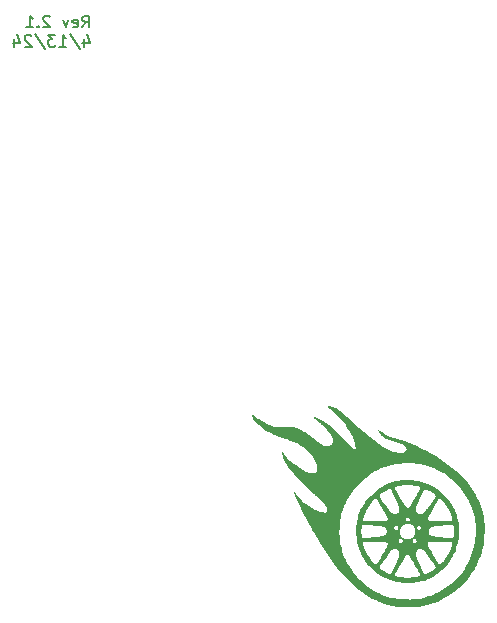
<source format=gbr>
%TF.GenerationSoftware,KiCad,Pcbnew,7.0.7*%
%TF.CreationDate,2024-04-15T16:49:56-05:00*%
%TF.ProjectId,Rev2.1,52657632-2e31-42e6-9b69-6361645f7063,rev?*%
%TF.SameCoordinates,Original*%
%TF.FileFunction,Legend,Bot*%
%TF.FilePolarity,Positive*%
%FSLAX46Y46*%
G04 Gerber Fmt 4.6, Leading zero omitted, Abs format (unit mm)*
G04 Created by KiCad (PCBNEW 7.0.7) date 2024-04-15 16:49:56*
%MOMM*%
%LPD*%
G01*
G04 APERTURE LIST*
%ADD10C,0.150000*%
G04 APERTURE END LIST*
D10*
X119391792Y-62659819D02*
X119725125Y-62183628D01*
X119963220Y-62659819D02*
X119963220Y-61659819D01*
X119963220Y-61659819D02*
X119582268Y-61659819D01*
X119582268Y-61659819D02*
X119487030Y-61707438D01*
X119487030Y-61707438D02*
X119439411Y-61755057D01*
X119439411Y-61755057D02*
X119391792Y-61850295D01*
X119391792Y-61850295D02*
X119391792Y-61993152D01*
X119391792Y-61993152D02*
X119439411Y-62088390D01*
X119439411Y-62088390D02*
X119487030Y-62136009D01*
X119487030Y-62136009D02*
X119582268Y-62183628D01*
X119582268Y-62183628D02*
X119963220Y-62183628D01*
X118582268Y-62612200D02*
X118677506Y-62659819D01*
X118677506Y-62659819D02*
X118867982Y-62659819D01*
X118867982Y-62659819D02*
X118963220Y-62612200D01*
X118963220Y-62612200D02*
X119010839Y-62516961D01*
X119010839Y-62516961D02*
X119010839Y-62136009D01*
X119010839Y-62136009D02*
X118963220Y-62040771D01*
X118963220Y-62040771D02*
X118867982Y-61993152D01*
X118867982Y-61993152D02*
X118677506Y-61993152D01*
X118677506Y-61993152D02*
X118582268Y-62040771D01*
X118582268Y-62040771D02*
X118534649Y-62136009D01*
X118534649Y-62136009D02*
X118534649Y-62231247D01*
X118534649Y-62231247D02*
X119010839Y-62326485D01*
X118201315Y-61993152D02*
X117963220Y-62659819D01*
X117963220Y-62659819D02*
X117725125Y-61993152D01*
X116629886Y-61755057D02*
X116582267Y-61707438D01*
X116582267Y-61707438D02*
X116487029Y-61659819D01*
X116487029Y-61659819D02*
X116248934Y-61659819D01*
X116248934Y-61659819D02*
X116153696Y-61707438D01*
X116153696Y-61707438D02*
X116106077Y-61755057D01*
X116106077Y-61755057D02*
X116058458Y-61850295D01*
X116058458Y-61850295D02*
X116058458Y-61945533D01*
X116058458Y-61945533D02*
X116106077Y-62088390D01*
X116106077Y-62088390D02*
X116677505Y-62659819D01*
X116677505Y-62659819D02*
X116058458Y-62659819D01*
X115629886Y-62564580D02*
X115582267Y-62612200D01*
X115582267Y-62612200D02*
X115629886Y-62659819D01*
X115629886Y-62659819D02*
X115677505Y-62612200D01*
X115677505Y-62612200D02*
X115629886Y-62564580D01*
X115629886Y-62564580D02*
X115629886Y-62659819D01*
X114629887Y-62659819D02*
X115201315Y-62659819D01*
X114915601Y-62659819D02*
X114915601Y-61659819D01*
X114915601Y-61659819D02*
X115010839Y-61802676D01*
X115010839Y-61802676D02*
X115106077Y-61897914D01*
X115106077Y-61897914D02*
X115201315Y-61945533D01*
X119534649Y-63603152D02*
X119534649Y-64269819D01*
X119772744Y-63222200D02*
X120010839Y-63936485D01*
X120010839Y-63936485D02*
X119391792Y-63936485D01*
X118296554Y-63222200D02*
X119153696Y-64507914D01*
X117439411Y-64269819D02*
X118010839Y-64269819D01*
X117725125Y-64269819D02*
X117725125Y-63269819D01*
X117725125Y-63269819D02*
X117820363Y-63412676D01*
X117820363Y-63412676D02*
X117915601Y-63507914D01*
X117915601Y-63507914D02*
X118010839Y-63555533D01*
X117106077Y-63269819D02*
X116487030Y-63269819D01*
X116487030Y-63269819D02*
X116820363Y-63650771D01*
X116820363Y-63650771D02*
X116677506Y-63650771D01*
X116677506Y-63650771D02*
X116582268Y-63698390D01*
X116582268Y-63698390D02*
X116534649Y-63746009D01*
X116534649Y-63746009D02*
X116487030Y-63841247D01*
X116487030Y-63841247D02*
X116487030Y-64079342D01*
X116487030Y-64079342D02*
X116534649Y-64174580D01*
X116534649Y-64174580D02*
X116582268Y-64222200D01*
X116582268Y-64222200D02*
X116677506Y-64269819D01*
X116677506Y-64269819D02*
X116963220Y-64269819D01*
X116963220Y-64269819D02*
X117058458Y-64222200D01*
X117058458Y-64222200D02*
X117106077Y-64174580D01*
X115344173Y-63222200D02*
X116201315Y-64507914D01*
X115058458Y-63365057D02*
X115010839Y-63317438D01*
X115010839Y-63317438D02*
X114915601Y-63269819D01*
X114915601Y-63269819D02*
X114677506Y-63269819D01*
X114677506Y-63269819D02*
X114582268Y-63317438D01*
X114582268Y-63317438D02*
X114534649Y-63365057D01*
X114534649Y-63365057D02*
X114487030Y-63460295D01*
X114487030Y-63460295D02*
X114487030Y-63555533D01*
X114487030Y-63555533D02*
X114534649Y-63698390D01*
X114534649Y-63698390D02*
X115106077Y-64269819D01*
X115106077Y-64269819D02*
X114487030Y-64269819D01*
X113629887Y-63603152D02*
X113629887Y-64269819D01*
X113867982Y-63222200D02*
X114106077Y-63936485D01*
X114106077Y-63936485D02*
X113487030Y-63936485D01*
%TO.C,G\u002A\u002A\u002A*%
G36*
X153445156Y-105416605D02*
G01*
X153428336Y-105746228D01*
X153395423Y-106076161D01*
X153346399Y-106406034D01*
X153281246Y-106735477D01*
X153250665Y-106867188D01*
X153176111Y-107149069D01*
X153091927Y-107418533D01*
X152998189Y-107675382D01*
X152894971Y-107919421D01*
X152782347Y-108150451D01*
X152660394Y-108368276D01*
X152657861Y-108372491D01*
X152625442Y-108425408D01*
X152585498Y-108489079D01*
X152539615Y-108561078D01*
X152489381Y-108638979D01*
X152436381Y-108720357D01*
X152382203Y-108802785D01*
X152328432Y-108883838D01*
X152276655Y-108961091D01*
X152228459Y-109032117D01*
X152185431Y-109094490D01*
X152141523Y-109156777D01*
X152002740Y-109344585D01*
X151861901Y-109520936D01*
X151717008Y-109687879D01*
X151566067Y-109847464D01*
X151407080Y-110001739D01*
X151238052Y-110152754D01*
X151056986Y-110302558D01*
X150861887Y-110453200D01*
X150853851Y-110459205D01*
X150583815Y-110651054D01*
X150308654Y-110827445D01*
X150028334Y-110988389D01*
X149742821Y-111133898D01*
X149452082Y-111263984D01*
X149156084Y-111378660D01*
X148854794Y-111477936D01*
X148548177Y-111561826D01*
X148236201Y-111630341D01*
X147918833Y-111683494D01*
X147596039Y-111721295D01*
X147267785Y-111743757D01*
X147209929Y-111745729D01*
X147131489Y-111747140D01*
X147043475Y-111747683D01*
X146949459Y-111747401D01*
X146853009Y-111746335D01*
X146757697Y-111744525D01*
X146667092Y-111742014D01*
X146584764Y-111738843D01*
X146514283Y-111735052D01*
X146504088Y-111734384D01*
X146435955Y-111729484D01*
X146358753Y-111723316D01*
X146275646Y-111716179D01*
X146189799Y-111708376D01*
X146104376Y-111700209D01*
X146022541Y-111691977D01*
X145947461Y-111683983D01*
X145882298Y-111676528D01*
X145830218Y-111669913D01*
X145711955Y-111652314D01*
X145544093Y-111622031D01*
X145378955Y-111585507D01*
X145212665Y-111541777D01*
X145041347Y-111489878D01*
X144861125Y-111428845D01*
X144815010Y-111412320D01*
X144505316Y-111291787D01*
X144204698Y-111157782D01*
X143912865Y-111010133D01*
X143629531Y-110848668D01*
X143354406Y-110673214D01*
X143087201Y-110483597D01*
X142827629Y-110279646D01*
X142575400Y-110061187D01*
X142536398Y-110025644D01*
X142211533Y-109719469D01*
X141891538Y-109399866D01*
X141578698Y-109069242D01*
X141275298Y-108730005D01*
X140983624Y-108384563D01*
X140888317Y-108266749D01*
X140724681Y-108057703D01*
X140556810Y-107835133D01*
X140385455Y-107600182D01*
X140211368Y-107353996D01*
X140035301Y-107097721D01*
X139858005Y-106832502D01*
X139680231Y-106559483D01*
X139502731Y-106279811D01*
X139326256Y-105994630D01*
X139151558Y-105705085D01*
X138979389Y-105412322D01*
X138946690Y-105355238D01*
X141151720Y-105355238D01*
X141151816Y-105440666D01*
X141152373Y-105524063D01*
X141153393Y-105603054D01*
X141154875Y-105675264D01*
X141156820Y-105738319D01*
X141159228Y-105789843D01*
X141162099Y-105827461D01*
X141183857Y-106013989D01*
X141222530Y-106271367D01*
X141270665Y-106519208D01*
X141328992Y-106760176D01*
X141398245Y-106996938D01*
X141479156Y-107232159D01*
X141572457Y-107468505D01*
X141678880Y-107708641D01*
X141707811Y-107769547D01*
X141810862Y-107971095D01*
X141925832Y-108175058D01*
X142050555Y-108378006D01*
X142182862Y-108576511D01*
X142320584Y-108767143D01*
X142461554Y-108946474D01*
X142466514Y-108952499D01*
X142673600Y-109191362D01*
X142890654Y-109417685D01*
X143117362Y-109631213D01*
X143353411Y-109831695D01*
X143598485Y-110018875D01*
X143852271Y-110192501D01*
X144114455Y-110352319D01*
X144384722Y-110498075D01*
X144504586Y-110557062D01*
X144762847Y-110673049D01*
X145022641Y-110774353D01*
X145285560Y-110861431D01*
X145553193Y-110934739D01*
X145827130Y-110994734D01*
X146108960Y-111041872D01*
X146400272Y-111076609D01*
X146411873Y-111077505D01*
X146444425Y-111079136D01*
X146489850Y-111080736D01*
X146546065Y-111082279D01*
X146610987Y-111083742D01*
X146682534Y-111085098D01*
X146758623Y-111086324D01*
X146837172Y-111087394D01*
X146916098Y-111088284D01*
X146993320Y-111088969D01*
X147066753Y-111089424D01*
X147134316Y-111089624D01*
X147193927Y-111089544D01*
X147243502Y-111089160D01*
X147280959Y-111088447D01*
X147304216Y-111087380D01*
X147308702Y-111087021D01*
X147334010Y-111085060D01*
X147370260Y-111082308D01*
X147413292Y-111079080D01*
X147458945Y-111075690D01*
X147520412Y-111070696D01*
X147747966Y-111044772D01*
X147981255Y-111007056D01*
X148216774Y-110958252D01*
X148451021Y-110899064D01*
X148680490Y-110830196D01*
X148812281Y-110785403D01*
X149081907Y-110681782D01*
X149348687Y-110563329D01*
X149610850Y-110431018D01*
X149866628Y-110285826D01*
X150114251Y-110128731D01*
X150351951Y-109960709D01*
X150577957Y-109782737D01*
X150733531Y-109648924D01*
X150960677Y-109436365D01*
X151175575Y-109213749D01*
X151377874Y-108981557D01*
X151567223Y-108740271D01*
X151743269Y-108490370D01*
X151905664Y-108232336D01*
X152054054Y-107966649D01*
X152188090Y-107693791D01*
X152307421Y-107414241D01*
X152405400Y-107146669D01*
X152493370Y-106860730D01*
X152565869Y-106570715D01*
X152622859Y-106277254D01*
X152664304Y-105980977D01*
X152690165Y-105682515D01*
X152700406Y-105382497D01*
X152694989Y-105081554D01*
X152673878Y-104780316D01*
X152637035Y-104479413D01*
X152584423Y-104179475D01*
X152516004Y-103881132D01*
X152437952Y-103605759D01*
X152340177Y-103317949D01*
X152227669Y-103036392D01*
X152100789Y-102761625D01*
X151959895Y-102494185D01*
X151805347Y-102234609D01*
X151637505Y-101983432D01*
X151456730Y-101741191D01*
X151263379Y-101508423D01*
X151057814Y-101285665D01*
X150840394Y-101073452D01*
X150611479Y-100872321D01*
X150371429Y-100682808D01*
X150232432Y-100581967D01*
X149977902Y-100412515D01*
X149717019Y-100257895D01*
X149450095Y-100118225D01*
X149177440Y-99993624D01*
X148899365Y-99884208D01*
X148616182Y-99790097D01*
X148328201Y-99711408D01*
X148035734Y-99648260D01*
X147739092Y-99600770D01*
X147438586Y-99569057D01*
X147397484Y-99566094D01*
X147280969Y-99560052D01*
X147153262Y-99556373D01*
X147017910Y-99555016D01*
X146878460Y-99555941D01*
X146738461Y-99559106D01*
X146601461Y-99564471D01*
X146471007Y-99571994D01*
X146350648Y-99581634D01*
X146153781Y-99603602D01*
X145856942Y-99650185D01*
X145563174Y-99712483D01*
X145273229Y-99790223D01*
X144987856Y-99883132D01*
X144707807Y-99990933D01*
X144433833Y-100113354D01*
X144166684Y-100250120D01*
X143907112Y-100400957D01*
X143655867Y-100565591D01*
X143603541Y-100602363D01*
X143358621Y-100786413D01*
X143124424Y-100982496D01*
X142901332Y-101190107D01*
X142689725Y-101408740D01*
X142489983Y-101637888D01*
X142302486Y-101877045D01*
X142127615Y-102125705D01*
X141965750Y-102383361D01*
X141817271Y-102649507D01*
X141682560Y-102923637D01*
X141561995Y-103205244D01*
X141455959Y-103493823D01*
X141455836Y-103494187D01*
X141383829Y-103721672D01*
X141321876Y-103948918D01*
X141269359Y-104178920D01*
X141225661Y-104414668D01*
X141190162Y-104659155D01*
X141162244Y-104915374D01*
X141160822Y-104933023D01*
X141158155Y-104980761D01*
X141155948Y-105040718D01*
X141154200Y-105110519D01*
X141152913Y-105187790D01*
X141152086Y-105270154D01*
X141151720Y-105355238D01*
X138946690Y-105355238D01*
X138810500Y-105117486D01*
X138645642Y-104821722D01*
X138570987Y-104684777D01*
X138477419Y-104510312D01*
X138381297Y-104328221D01*
X138283519Y-104140310D01*
X138184983Y-103948386D01*
X138086587Y-103754258D01*
X137989229Y-103559732D01*
X137893806Y-103366615D01*
X137801217Y-103176715D01*
X137712358Y-102991840D01*
X137628128Y-102813796D01*
X137549425Y-102644391D01*
X137477147Y-102485432D01*
X137412191Y-102338727D01*
X137408884Y-102331022D01*
X137395840Y-102299160D01*
X137380127Y-102259106D01*
X137362593Y-102213200D01*
X137344089Y-102163781D01*
X137325464Y-102113191D01*
X137307568Y-102063769D01*
X137291250Y-102017855D01*
X137277360Y-101977790D01*
X137266747Y-101945914D01*
X137260262Y-101924567D01*
X137258753Y-101916089D01*
X137260948Y-101915994D01*
X137273926Y-101920476D01*
X137293941Y-101929840D01*
X137299508Y-101932988D01*
X137314780Y-101944617D01*
X137332947Y-101962886D01*
X137355522Y-101989538D01*
X137384018Y-102026314D01*
X137419948Y-102074958D01*
X137444320Y-102108199D01*
X137581043Y-102285634D01*
X137719401Y-102449420D01*
X137861554Y-102601774D01*
X138009659Y-102744914D01*
X138165875Y-102881057D01*
X138332360Y-103012421D01*
X138377363Y-103045851D01*
X138491800Y-103127261D01*
X138610115Y-103206707D01*
X138730327Y-103283052D01*
X138850454Y-103355164D01*
X138968514Y-103421908D01*
X139082526Y-103482148D01*
X139190508Y-103534751D01*
X139290479Y-103578582D01*
X139380458Y-103612507D01*
X139418711Y-103625112D01*
X139498532Y-103649349D01*
X139579828Y-103671556D01*
X139659811Y-103691115D01*
X139735697Y-103707406D01*
X139804700Y-103719809D01*
X139864034Y-103727705D01*
X139910913Y-103730475D01*
X139929353Y-103729812D01*
X139988430Y-103718212D01*
X140041061Y-103693202D01*
X140084948Y-103656141D01*
X140117788Y-103608385D01*
X140128467Y-103580827D01*
X140136452Y-103528680D01*
X140132793Y-103470279D01*
X140117493Y-103408801D01*
X140093672Y-103346584D01*
X140055761Y-103264348D01*
X140010833Y-103180667D01*
X139961584Y-103100868D01*
X139948508Y-103082235D01*
X139913707Y-103038003D01*
X139867651Y-102984547D01*
X139811156Y-102922685D01*
X139745041Y-102853231D01*
X139670126Y-102777004D01*
X139587228Y-102694819D01*
X139497165Y-102607492D01*
X139400757Y-102515840D01*
X139298822Y-102420681D01*
X139192178Y-102322829D01*
X139081644Y-102223101D01*
X139040100Y-102185903D01*
X138962275Y-102116011D01*
X138892491Y-102052977D01*
X138827925Y-101994204D01*
X138765758Y-101937094D01*
X138703169Y-101879049D01*
X138637336Y-101817472D01*
X138565439Y-101749765D01*
X138484658Y-101673330D01*
X138441518Y-101632072D01*
X138388602Y-101580828D01*
X138328068Y-101521721D01*
X138261400Y-101456229D01*
X138190080Y-101385832D01*
X138115591Y-101312011D01*
X138039416Y-101236245D01*
X137963036Y-101160014D01*
X137887936Y-101084798D01*
X137815598Y-101012077D01*
X137747504Y-100943330D01*
X137685137Y-100880038D01*
X137629980Y-100823681D01*
X137583515Y-100775738D01*
X137547226Y-100737689D01*
X137416512Y-100594357D01*
X137264990Y-100417375D01*
X137115437Y-100231477D01*
X136970767Y-100040408D01*
X136833892Y-99847917D01*
X136707725Y-99657750D01*
X136665344Y-99590056D01*
X136565414Y-99417843D01*
X136479687Y-99249714D01*
X136407541Y-99084156D01*
X136348349Y-98919655D01*
X136301488Y-98754698D01*
X136266333Y-98587769D01*
X136257618Y-98537654D01*
X136249818Y-98491453D01*
X136244573Y-98458009D01*
X136241657Y-98435554D01*
X136240848Y-98422320D01*
X136241921Y-98416538D01*
X136244653Y-98416440D01*
X136244742Y-98416500D01*
X136251243Y-98425278D01*
X136263639Y-98445389D01*
X136280183Y-98473899D01*
X136299130Y-98507880D01*
X136358246Y-98610105D01*
X136465619Y-98773253D01*
X136587836Y-98934677D01*
X136724008Y-99093230D01*
X136873247Y-99247769D01*
X136887529Y-99261684D01*
X136991447Y-99359181D01*
X137098371Y-99452695D01*
X137210752Y-99544161D01*
X137331041Y-99635514D01*
X137461689Y-99728689D01*
X137605146Y-99825620D01*
X137723658Y-99903041D01*
X137847006Y-99981488D01*
X137960376Y-100050956D01*
X138065164Y-100112153D01*
X138162766Y-100165786D01*
X138254576Y-100212565D01*
X138341991Y-100253195D01*
X138426407Y-100288384D01*
X138509218Y-100318841D01*
X138591820Y-100345273D01*
X138675609Y-100368387D01*
X138721657Y-100379148D01*
X138820807Y-100394557D01*
X138910608Y-100397045D01*
X138990899Y-100386677D01*
X139061522Y-100363515D01*
X139122317Y-100327621D01*
X139173124Y-100279059D01*
X139213785Y-100217891D01*
X139244139Y-100144181D01*
X139246830Y-100135432D01*
X139252742Y-100113457D01*
X139256943Y-100091218D01*
X139259709Y-100065511D01*
X139261318Y-100033132D01*
X139262045Y-99990876D01*
X139262168Y-99935541D01*
X139261739Y-99887407D01*
X139259311Y-99823545D01*
X139253995Y-99767578D01*
X139244952Y-99714994D01*
X139231339Y-99661283D01*
X139212318Y-99601933D01*
X139187046Y-99532431D01*
X139183205Y-99522308D01*
X139106568Y-99343369D01*
X139015341Y-99169911D01*
X138909053Y-99001113D01*
X138787231Y-98836150D01*
X138772872Y-98818650D01*
X138736411Y-98777055D01*
X138691105Y-98728037D01*
X138639188Y-98673826D01*
X138582894Y-98616650D01*
X138524460Y-98558738D01*
X138466121Y-98502319D01*
X138410110Y-98449620D01*
X138358665Y-98402872D01*
X138314018Y-98364301D01*
X138208576Y-98278926D01*
X138053717Y-98163004D01*
X137898443Y-98058541D01*
X137739234Y-97963213D01*
X137572571Y-97874696D01*
X137555782Y-97866322D01*
X137512066Y-97844871D01*
X137469882Y-97824835D01*
X137427542Y-97805532D01*
X137383355Y-97786281D01*
X137335630Y-97766402D01*
X137282679Y-97745213D01*
X137222810Y-97722033D01*
X137154334Y-97696182D01*
X137075561Y-97666978D01*
X136984800Y-97633740D01*
X136880362Y-97595788D01*
X136838646Y-97580660D01*
X136698367Y-97529653D01*
X136561719Y-97479767D01*
X136429767Y-97431397D01*
X136303575Y-97384940D01*
X136184207Y-97340792D01*
X136072727Y-97299350D01*
X135970199Y-97261011D01*
X135877688Y-97226169D01*
X135796258Y-97195222D01*
X135726972Y-97168567D01*
X135670896Y-97146599D01*
X135629093Y-97129716D01*
X135526503Y-97085634D01*
X135337815Y-96996368D01*
X135151545Y-96897904D01*
X134969675Y-96791545D01*
X134794186Y-96678592D01*
X134627060Y-96560351D01*
X134470277Y-96438123D01*
X134325818Y-96313211D01*
X134195665Y-96186920D01*
X134159259Y-96148651D01*
X134076742Y-96057336D01*
X133998798Y-95964790D01*
X133927578Y-95873716D01*
X133865229Y-95786816D01*
X133813902Y-95706794D01*
X133798870Y-95680226D01*
X133774603Y-95631751D01*
X133752881Y-95581799D01*
X133735204Y-95534205D01*
X133723070Y-95492807D01*
X133717981Y-95461439D01*
X133717600Y-95450513D01*
X133719147Y-95434746D01*
X133727180Y-95428101D01*
X133745522Y-95425605D01*
X133758389Y-95424951D01*
X133774752Y-95426278D01*
X133791845Y-95431318D01*
X133812096Y-95441324D01*
X133837933Y-95457550D01*
X133871785Y-95481249D01*
X133916079Y-95513676D01*
X133934954Y-95527576D01*
X134019380Y-95588342D01*
X134106357Y-95648570D01*
X134197404Y-95709203D01*
X134294038Y-95771185D01*
X134397779Y-95835462D01*
X134510145Y-95902977D01*
X134632655Y-95974675D01*
X134766826Y-96051500D01*
X134914177Y-96134396D01*
X135015497Y-96190539D01*
X135106004Y-96239623D01*
X135186415Y-96281852D01*
X135258622Y-96318086D01*
X135324514Y-96349183D01*
X135385981Y-96376004D01*
X135444912Y-96399406D01*
X135503199Y-96420250D01*
X135562731Y-96439395D01*
X135625397Y-96457698D01*
X135636146Y-96460696D01*
X135688307Y-96474735D01*
X135737294Y-96486796D01*
X135784726Y-96496993D01*
X135832225Y-96505441D01*
X135881413Y-96512254D01*
X135933909Y-96517547D01*
X135991335Y-96521434D01*
X136055311Y-96524030D01*
X136127460Y-96525450D01*
X136209400Y-96525808D01*
X136302754Y-96525219D01*
X136409142Y-96523798D01*
X136530186Y-96521658D01*
X136576945Y-96520783D01*
X136664745Y-96519238D01*
X136749492Y-96517868D01*
X136829296Y-96516694D01*
X136902268Y-96515743D01*
X136966517Y-96515037D01*
X137020153Y-96514600D01*
X137061286Y-96514456D01*
X137088025Y-96514629D01*
X137095150Y-96514772D01*
X137260869Y-96526365D01*
X137427701Y-96553573D01*
X137594027Y-96595988D01*
X137758225Y-96653198D01*
X137918676Y-96724795D01*
X137936583Y-96733861D01*
X138006782Y-96771690D01*
X138087999Y-96818511D01*
X138178880Y-96873452D01*
X138278067Y-96935641D01*
X138384204Y-97004204D01*
X138495934Y-97078269D01*
X138611902Y-97156964D01*
X138730750Y-97239414D01*
X138851122Y-97324748D01*
X138922369Y-97376093D01*
X139041845Y-97463754D01*
X139152992Y-97547578D01*
X139259489Y-97630401D01*
X139365013Y-97715058D01*
X139473241Y-97804385D01*
X139499749Y-97826443D01*
X139585184Y-97895882D01*
X139661194Y-97954550D01*
X139729240Y-98003187D01*
X139790783Y-98042534D01*
X139847282Y-98073333D01*
X139900199Y-98096323D01*
X139950992Y-98112247D01*
X140001124Y-98121844D01*
X140052054Y-98125856D01*
X140105242Y-98125023D01*
X140117231Y-98124246D01*
X140206693Y-98110702D01*
X140290585Y-98084659D01*
X140367720Y-98047381D01*
X140436912Y-98000132D01*
X140496974Y-97944176D01*
X140546720Y-97880776D01*
X140584963Y-97811195D01*
X140610518Y-97736698D01*
X140622196Y-97658548D01*
X140618813Y-97578009D01*
X140600746Y-97492458D01*
X140568410Y-97397199D01*
X140522741Y-97295839D01*
X140464284Y-97189138D01*
X140393584Y-97077858D01*
X140311188Y-96962759D01*
X140217640Y-96844602D01*
X140113487Y-96724148D01*
X139999273Y-96602157D01*
X139875546Y-96479391D01*
X139742850Y-96356611D01*
X139742595Y-96356383D01*
X139705449Y-96323501D01*
X139659249Y-96283140D01*
X139605773Y-96236813D01*
X139546801Y-96186032D01*
X139484113Y-96132311D01*
X139419489Y-96077162D01*
X139354708Y-96022098D01*
X139291551Y-95968632D01*
X139231796Y-95918276D01*
X139177224Y-95872543D01*
X139129615Y-95832947D01*
X139090747Y-95801000D01*
X139062401Y-95778215D01*
X139053031Y-95770644D01*
X139014207Y-95732750D01*
X138987260Y-95692706D01*
X138963858Y-95647916D01*
X138990962Y-95645547D01*
X139012105Y-95646363D01*
X139048096Y-95652270D01*
X139093780Y-95662732D01*
X139146250Y-95676956D01*
X139202599Y-95694147D01*
X139259922Y-95713508D01*
X139315309Y-95734246D01*
X139421738Y-95778725D01*
X139621426Y-95874981D01*
X139817358Y-95986238D01*
X140008205Y-96111715D01*
X140192640Y-96250629D01*
X140242727Y-96291941D01*
X140314205Y-96353522D01*
X140395847Y-96426323D01*
X140487196Y-96509901D01*
X140587798Y-96603813D01*
X140697197Y-96707613D01*
X140814937Y-96820860D01*
X140940564Y-96943108D01*
X141073621Y-97073915D01*
X141213654Y-97212837D01*
X141360206Y-97359430D01*
X141512823Y-97513251D01*
X141671048Y-97673856D01*
X141834428Y-97840801D01*
X142002505Y-98013643D01*
X142029626Y-98041595D01*
X142104605Y-98118541D01*
X142169559Y-98184588D01*
X142225311Y-98240486D01*
X142272686Y-98286991D01*
X142312504Y-98324852D01*
X142345590Y-98354825D01*
X142372767Y-98377660D01*
X142394856Y-98394110D01*
X142412681Y-98404929D01*
X142427066Y-98410868D01*
X142438832Y-98412681D01*
X142456565Y-98410672D01*
X142485682Y-98398850D01*
X142506127Y-98379462D01*
X142510327Y-98371342D01*
X142518906Y-98337566D01*
X142521831Y-98289978D01*
X142519177Y-98229643D01*
X142511019Y-98157626D01*
X142497429Y-98074992D01*
X142478483Y-97982807D01*
X142432493Y-97800413D01*
X142360616Y-97573024D01*
X142272645Y-97345621D01*
X142168683Y-97118444D01*
X142048835Y-96891737D01*
X141913203Y-96665739D01*
X141829258Y-96536130D01*
X141663007Y-96293207D01*
X141494888Y-96065800D01*
X141324470Y-95853428D01*
X141151323Y-95655613D01*
X140975017Y-95471871D01*
X140795122Y-95301724D01*
X140611207Y-95144690D01*
X140422844Y-95000288D01*
X140419734Y-94998033D01*
X140351003Y-94947748D01*
X140294767Y-94905542D01*
X140249998Y-94870516D01*
X140215671Y-94841768D01*
X140190759Y-94818398D01*
X140174235Y-94799505D01*
X140165073Y-94784187D01*
X140162247Y-94771544D01*
X140162652Y-94755958D01*
X140166434Y-94738439D01*
X140176873Y-94728705D01*
X140197168Y-94724512D01*
X140230517Y-94723614D01*
X140270562Y-94724385D01*
X140396210Y-94735893D01*
X140525348Y-94760421D01*
X140654800Y-94796973D01*
X140781386Y-94844554D01*
X140901928Y-94902168D01*
X141013246Y-94968818D01*
X141013261Y-94968828D01*
X141049498Y-94993897D01*
X141089691Y-95023227D01*
X141134335Y-95057248D01*
X141183924Y-95096392D01*
X141238951Y-95141090D01*
X141299913Y-95191772D01*
X141367303Y-95248869D01*
X141441615Y-95312812D01*
X141523345Y-95384033D01*
X141612987Y-95462961D01*
X141711035Y-95550028D01*
X141817983Y-95645665D01*
X141934327Y-95750303D01*
X142060560Y-95864372D01*
X142197177Y-95988303D01*
X142344673Y-96122528D01*
X142503543Y-96267477D01*
X142515379Y-96278286D01*
X142673290Y-96421837D01*
X142821792Y-96555486D01*
X142962780Y-96680806D01*
X143098151Y-96799371D01*
X143229801Y-96912755D01*
X143359626Y-97022532D01*
X143489522Y-97130276D01*
X143621386Y-97237561D01*
X143757113Y-97345961D01*
X143898599Y-97457049D01*
X144047742Y-97572399D01*
X144206436Y-97693586D01*
X144376579Y-97822183D01*
X144386972Y-97829998D01*
X144514217Y-97924446D01*
X144631524Y-98008951D01*
X144740706Y-98084608D01*
X144843578Y-98152515D01*
X144941956Y-98213768D01*
X145037654Y-98269463D01*
X145132486Y-98320697D01*
X145228268Y-98368565D01*
X145326814Y-98414165D01*
X145429939Y-98458593D01*
X145551004Y-98506756D01*
X145698669Y-98558995D01*
X145840776Y-98601981D01*
X145976339Y-98635538D01*
X146104373Y-98659486D01*
X146223894Y-98673649D01*
X146333917Y-98677848D01*
X146433456Y-98671906D01*
X146521526Y-98655645D01*
X146545772Y-98648684D01*
X146614070Y-98622471D01*
X146677280Y-98588756D01*
X146732601Y-98549433D01*
X146777234Y-98506398D01*
X146808380Y-98461543D01*
X146812826Y-98451911D01*
X146824152Y-98409693D01*
X146827998Y-98359971D01*
X146824244Y-98308260D01*
X146812771Y-98260074D01*
X146789766Y-98207720D01*
X146750153Y-98144707D01*
X146700088Y-98084385D01*
X146642513Y-98030228D01*
X146580371Y-97985710D01*
X146570284Y-97979568D01*
X146560243Y-97973569D01*
X146550066Y-97967845D01*
X146538850Y-97962087D01*
X146525688Y-97955989D01*
X146509678Y-97949241D01*
X146489913Y-97941536D01*
X146465491Y-97932565D01*
X146435506Y-97922021D01*
X146399053Y-97909595D01*
X146355229Y-97894979D01*
X146303128Y-97877866D01*
X146241846Y-97857946D01*
X146170478Y-97834912D01*
X146088121Y-97808456D01*
X145993868Y-97778270D01*
X145886817Y-97744046D01*
X145766062Y-97705475D01*
X145630699Y-97662249D01*
X145563767Y-97640573D01*
X145437471Y-97597567D01*
X145324470Y-97555691D01*
X145222897Y-97513923D01*
X145130885Y-97471239D01*
X145046567Y-97426618D01*
X144968079Y-97379037D01*
X144893553Y-97327472D01*
X144821123Y-97270902D01*
X144748922Y-97208305D01*
X144675085Y-97138656D01*
X144650169Y-97114085D01*
X144598954Y-97061394D01*
X144557764Y-97015093D01*
X144524577Y-96972675D01*
X144497369Y-96931632D01*
X144474119Y-96889456D01*
X144473056Y-96887321D01*
X144461131Y-96860969D01*
X144447516Y-96827520D01*
X144433319Y-96790147D01*
X144419648Y-96752023D01*
X144407612Y-96716322D01*
X144398319Y-96686216D01*
X144392877Y-96664879D01*
X144392395Y-96655484D01*
X144400072Y-96653463D01*
X144419810Y-96660404D01*
X144449163Y-96678343D01*
X144487269Y-96706731D01*
X144533267Y-96745021D01*
X144575616Y-96781083D01*
X144736475Y-96906597D01*
X144905874Y-97021064D01*
X145085287Y-97125358D01*
X145276185Y-97220353D01*
X145480041Y-97306922D01*
X145494075Y-97312374D01*
X145559232Y-97336588D01*
X145633644Y-97362549D01*
X145718624Y-97390682D01*
X145815484Y-97421416D01*
X145925537Y-97455177D01*
X146050096Y-97492392D01*
X146441236Y-97614443D01*
X146877493Y-97766247D01*
X147307960Y-97932936D01*
X147733132Y-98114721D01*
X148153502Y-98311816D01*
X148569562Y-98524431D01*
X148981805Y-98752778D01*
X149292293Y-98937142D01*
X149653662Y-99165828D01*
X150012071Y-99407712D01*
X150365189Y-99661163D01*
X150710682Y-99924551D01*
X151046216Y-100196244D01*
X151174233Y-100305598D01*
X151402989Y-100514591D01*
X151619714Y-100731264D01*
X151825273Y-100956685D01*
X152020535Y-101191923D01*
X152206368Y-101438046D01*
X152383638Y-101696122D01*
X152553213Y-101967219D01*
X152715961Y-102252405D01*
X152744270Y-102304682D01*
X152823106Y-102455204D01*
X152893060Y-102597135D01*
X152955402Y-102733327D01*
X153011401Y-102866632D01*
X153062329Y-102999902D01*
X153109456Y-103135990D01*
X153113754Y-103149070D01*
X153209095Y-103466143D01*
X153288466Y-103786120D01*
X153351850Y-104108631D01*
X153399228Y-104433306D01*
X153430584Y-104759774D01*
X153445899Y-105087664D01*
X153445233Y-105382497D01*
X153445156Y-105416605D01*
G37*
G36*
X149371612Y-101714832D02*
G01*
X149541838Y-101834996D01*
X149706980Y-101965302D01*
X149869742Y-102107704D01*
X150032832Y-102264154D01*
X150037425Y-102268751D01*
X150089126Y-102321834D01*
X150145693Y-102379914D01*
X150243185Y-102486132D01*
X150332821Y-102590947D01*
X150417523Y-102697902D01*
X150500210Y-102810538D01*
X150583804Y-102932399D01*
X150675789Y-103077272D01*
X150796829Y-103291127D01*
X150906453Y-103513543D01*
X151003243Y-103741580D01*
X151085783Y-103972303D01*
X151130320Y-104118921D01*
X151180277Y-104318698D01*
X151192951Y-104369381D01*
X151240046Y-104623712D01*
X151271611Y-104881292D01*
X151287652Y-105141502D01*
X151287991Y-105310842D01*
X151288177Y-105403722D01*
X151273190Y-105667331D01*
X151242698Y-105931710D01*
X151205538Y-106145449D01*
X151196708Y-106196238D01*
X151161586Y-106347080D01*
X151135225Y-106460295D01*
X151058256Y-106723261D01*
X150980336Y-106943392D01*
X150879371Y-107183028D01*
X150764148Y-107415485D01*
X150635098Y-107640224D01*
X150492655Y-107856703D01*
X150337251Y-108064384D01*
X150169319Y-108262726D01*
X150074049Y-108362461D01*
X149989293Y-108451189D01*
X149797604Y-108629233D01*
X149594686Y-108796319D01*
X149380971Y-108951905D01*
X149250247Y-109035649D01*
X149156893Y-109095453D01*
X149142216Y-109104164D01*
X149069862Y-109145200D01*
X148987354Y-109189447D01*
X148898686Y-109234931D01*
X148807851Y-109279675D01*
X148718841Y-109321703D01*
X148635650Y-109359039D01*
X148562271Y-109389707D01*
X148534223Y-109400746D01*
X148305554Y-109482824D01*
X148075398Y-109551130D01*
X147841791Y-109606073D01*
X147602769Y-109648063D01*
X147356369Y-109677510D01*
X147100625Y-109694824D01*
X147098365Y-109694916D01*
X147069547Y-109695525D01*
X147028501Y-109695729D01*
X146978881Y-109695542D01*
X146924340Y-109694975D01*
X146868531Y-109694042D01*
X146790236Y-109691866D01*
X146522018Y-109675167D01*
X146259411Y-109644371D01*
X146003009Y-109599632D01*
X145753407Y-109541102D01*
X145511202Y-109468935D01*
X145276988Y-109383283D01*
X145051359Y-109284299D01*
X144834912Y-109172134D01*
X144668992Y-109074579D01*
X144581038Y-109016889D01*
X145840018Y-109016889D01*
X145845078Y-109038573D01*
X145850226Y-109053615D01*
X145857815Y-109068127D01*
X145868899Y-109080356D01*
X145885270Y-109091036D01*
X145908719Y-109100904D01*
X145941037Y-109110693D01*
X145984015Y-109121140D01*
X146039445Y-109132978D01*
X146109117Y-109146945D01*
X146141179Y-109153248D01*
X146231852Y-109170709D01*
X146310094Y-109185064D01*
X146378519Y-109196691D01*
X146439744Y-109205966D01*
X146496383Y-109213268D01*
X146551052Y-109218973D01*
X146606366Y-109223458D01*
X146664940Y-109227100D01*
X146667745Y-109227254D01*
X146800691Y-109233501D01*
X146920899Y-109236780D01*
X147031621Y-109236871D01*
X147136107Y-109233550D01*
X147237610Y-109226598D01*
X147339381Y-109215792D01*
X147444673Y-109200911D01*
X147556736Y-109181733D01*
X147678823Y-109158037D01*
X147743933Y-109144723D01*
X147806271Y-109131640D01*
X147855906Y-109120660D01*
X147894611Y-109111279D01*
X147924159Y-109102994D01*
X147946323Y-109095301D01*
X147962877Y-109087696D01*
X147975593Y-109079676D01*
X147986245Y-109070738D01*
X147987199Y-109069833D01*
X147995593Y-109060225D01*
X148001367Y-109049153D01*
X148004089Y-109035649D01*
X148003327Y-109018745D01*
X147998649Y-108997474D01*
X147989623Y-108970866D01*
X147975815Y-108937953D01*
X147956795Y-108897768D01*
X147932130Y-108849342D01*
X147901387Y-108791707D01*
X147864134Y-108723894D01*
X147819940Y-108644936D01*
X147768371Y-108553865D01*
X147708996Y-108449712D01*
X147677003Y-108393768D01*
X147583959Y-108231797D01*
X147497837Y-108083020D01*
X147418711Y-107947556D01*
X147346651Y-107825525D01*
X147281731Y-107717046D01*
X147224022Y-107622236D01*
X147173595Y-107541214D01*
X147130524Y-107474101D01*
X147094881Y-107421013D01*
X147066736Y-107382070D01*
X147046164Y-107357391D01*
X147035990Y-107347158D01*
X146992575Y-107312636D01*
X146949593Y-107293739D01*
X146906669Y-107290561D01*
X146863430Y-107303195D01*
X146819501Y-107331735D01*
X146774508Y-107376274D01*
X146728079Y-107436906D01*
X146722387Y-107445450D01*
X146705210Y-107472661D01*
X146681432Y-107511581D01*
X146651727Y-107561037D01*
X146616769Y-107619859D01*
X146577233Y-107686876D01*
X146533793Y-107760916D01*
X146487123Y-107840810D01*
X146437897Y-107925385D01*
X146386789Y-108013471D01*
X146334475Y-108103898D01*
X146281628Y-108195493D01*
X146228922Y-108287086D01*
X146177032Y-108377506D01*
X146126631Y-108465582D01*
X146078394Y-108550144D01*
X146032996Y-108630019D01*
X145991111Y-108704038D01*
X145953412Y-108771029D01*
X145920574Y-108829821D01*
X145893272Y-108879243D01*
X145872179Y-108918124D01*
X145857970Y-108945294D01*
X145851319Y-108959582D01*
X145846524Y-108973566D01*
X145840314Y-108997566D01*
X145840018Y-109016889D01*
X144581038Y-109016889D01*
X144446213Y-108928456D01*
X144234053Y-108771233D01*
X144032890Y-108603456D01*
X143843103Y-108425672D01*
X143784805Y-108364357D01*
X144560947Y-108364357D01*
X144569187Y-108402538D01*
X144589526Y-108439620D01*
X144622731Y-108477354D01*
X144669575Y-108517492D01*
X144730827Y-108561786D01*
X144780592Y-108594813D01*
X144841479Y-108633290D01*
X144907274Y-108673237D01*
X144975907Y-108713514D01*
X145045309Y-108752984D01*
X145113409Y-108790506D01*
X145178139Y-108824943D01*
X145237428Y-108855156D01*
X145289208Y-108880006D01*
X145331408Y-108898354D01*
X145361959Y-108909061D01*
X145395657Y-108915428D01*
X145443435Y-108913114D01*
X145487219Y-108895799D01*
X145527897Y-108863072D01*
X145566357Y-108814523D01*
X145572081Y-108805311D01*
X145587232Y-108777884D01*
X145607849Y-108737598D01*
X145634042Y-108684222D01*
X145665919Y-108617521D01*
X145703590Y-108537263D01*
X145747164Y-108443214D01*
X145796749Y-108335141D01*
X145852456Y-108212811D01*
X145914392Y-108075991D01*
X145982667Y-107924447D01*
X146016174Y-107849886D01*
X146058564Y-107755278D01*
X146095011Y-107673281D01*
X146125966Y-107602583D01*
X146151878Y-107541874D01*
X146173197Y-107489841D01*
X146190372Y-107445173D01*
X146203854Y-107406559D01*
X146214092Y-107372687D01*
X146221535Y-107342245D01*
X146226634Y-107313922D01*
X146229838Y-107286407D01*
X146231596Y-107258388D01*
X146232359Y-107228554D01*
X146232410Y-107220816D01*
X147598590Y-107220816D01*
X147600228Y-107263403D01*
X147604533Y-107296285D01*
X147608204Y-107308473D01*
X147618337Y-107336172D01*
X147634086Y-107376415D01*
X147654886Y-107427901D01*
X147680175Y-107489327D01*
X147709388Y-107559393D01*
X147741962Y-107636795D01*
X147777333Y-107720233D01*
X147814938Y-107808405D01*
X147854213Y-107900008D01*
X147894594Y-107993742D01*
X147935518Y-108088304D01*
X147976422Y-108182392D01*
X148016740Y-108274706D01*
X148055911Y-108363943D01*
X148093370Y-108448801D01*
X148128553Y-108527979D01*
X148160898Y-108600174D01*
X148189840Y-108664086D01*
X148214815Y-108718413D01*
X148235261Y-108761851D01*
X148250613Y-108793101D01*
X148260308Y-108810860D01*
X148266817Y-108820721D01*
X148296652Y-108857814D01*
X148329256Y-108887919D01*
X148360345Y-108906919D01*
X148369493Y-108910385D01*
X148394663Y-108916327D01*
X148422769Y-108917467D01*
X148454995Y-108913344D01*
X148492528Y-108903495D01*
X148536551Y-108887458D01*
X148588251Y-108864772D01*
X148648811Y-108834974D01*
X148719418Y-108797602D01*
X148801256Y-108752195D01*
X148895511Y-108698290D01*
X148960204Y-108660705D01*
X149028707Y-108620238D01*
X149085353Y-108585722D01*
X149131503Y-108556151D01*
X149168520Y-108530520D01*
X149197768Y-108507824D01*
X149220608Y-108487058D01*
X149238403Y-108467218D01*
X149252517Y-108447297D01*
X149264311Y-108426293D01*
X149271682Y-108410840D01*
X149279548Y-108387637D01*
X149282494Y-108362461D01*
X149281779Y-108328242D01*
X149280605Y-108311059D01*
X149275626Y-108278534D01*
X149265633Y-108247714D01*
X149248483Y-108211060D01*
X149240323Y-108197121D01*
X149222527Y-108169708D01*
X149196815Y-108131741D01*
X149164151Y-108084591D01*
X149125501Y-108029630D01*
X149081830Y-107968228D01*
X149034102Y-107901756D01*
X148983283Y-107831586D01*
X148930339Y-107759088D01*
X148903465Y-107722430D01*
X148845373Y-107643094D01*
X148786574Y-107562679D01*
X148728547Y-107483215D01*
X148672772Y-107406730D01*
X148620727Y-107335253D01*
X148573891Y-107270814D01*
X148533743Y-107215440D01*
X148501763Y-107171161D01*
X148493951Y-107160324D01*
X148457263Y-107109750D01*
X148422741Y-107062654D01*
X148391844Y-107020993D01*
X148366031Y-106986722D01*
X148346759Y-106961798D01*
X148335487Y-106948177D01*
X148311417Y-106925441D01*
X148263248Y-106890623D01*
X148207011Y-106859735D01*
X148147721Y-106835780D01*
X148146647Y-106835427D01*
X148116075Y-106826108D01*
X148088565Y-106819881D01*
X148059284Y-106816119D01*
X148023396Y-106814192D01*
X147976066Y-106813472D01*
X147936159Y-106813381D01*
X147903356Y-106814064D01*
X147879402Y-106816147D01*
X147860368Y-106820218D01*
X147842323Y-106826869D01*
X147821337Y-106836687D01*
X147776675Y-106863471D01*
X147722781Y-106909824D01*
X147675380Y-106966769D01*
X147637478Y-107031128D01*
X147631202Y-107044361D01*
X147616812Y-107077645D01*
X147607992Y-107106083D01*
X147602921Y-107136705D01*
X147599774Y-107176539D01*
X147599376Y-107191408D01*
X147598590Y-107220816D01*
X146232410Y-107220816D01*
X146232576Y-107195592D01*
X146232585Y-107191408D01*
X146232259Y-107146165D01*
X146230775Y-107112838D01*
X146227654Y-107087390D01*
X146222417Y-107065778D01*
X146214584Y-107043964D01*
X146183705Y-106982107D01*
X146137650Y-106921971D01*
X146080678Y-106873620D01*
X146013297Y-106837389D01*
X145936012Y-106813613D01*
X145849329Y-106802624D01*
X145843771Y-106802359D01*
X145802063Y-106801234D01*
X145769848Y-106802720D01*
X145741130Y-106807384D01*
X145709909Y-106815793D01*
X145659288Y-106834992D01*
X145601829Y-106868177D01*
X145547082Y-106913727D01*
X145492468Y-106973510D01*
X145479668Y-106989663D01*
X145456069Y-107020705D01*
X145425320Y-107062076D01*
X145388256Y-107112598D01*
X145345710Y-107171096D01*
X145298515Y-107236391D01*
X145247507Y-107307308D01*
X145193517Y-107382668D01*
X145137381Y-107461296D01*
X145079932Y-107542014D01*
X145022003Y-107623644D01*
X144964429Y-107705011D01*
X144908043Y-107784936D01*
X144853679Y-107862244D01*
X144802171Y-107935756D01*
X144754353Y-108004297D01*
X144711058Y-108066688D01*
X144673120Y-108121754D01*
X144641372Y-108168316D01*
X144616650Y-108205198D01*
X144599786Y-108231224D01*
X144591614Y-108245215D01*
X144577676Y-108277690D01*
X144564033Y-108323325D01*
X144560947Y-108364357D01*
X143784805Y-108364357D01*
X143665070Y-108238427D01*
X143499169Y-108042268D01*
X143345780Y-107837742D01*
X143205280Y-107625395D01*
X143078049Y-107405774D01*
X142964465Y-107179426D01*
X142864906Y-106946897D01*
X142779751Y-106708733D01*
X142709379Y-106465482D01*
X142676528Y-106318046D01*
X143151712Y-106318046D01*
X143153569Y-106356510D01*
X143155558Y-106383560D01*
X143159874Y-106424491D01*
X143166168Y-106462172D01*
X143175374Y-106500228D01*
X143188424Y-106542283D01*
X143206248Y-106591962D01*
X143229780Y-106652889D01*
X143244626Y-106690260D01*
X143332139Y-106898116D01*
X143422353Y-107091173D01*
X143515949Y-107270605D01*
X143613606Y-107437588D01*
X143716005Y-107593296D01*
X143823826Y-107738904D01*
X143937749Y-107875586D01*
X143995047Y-107938987D01*
X144058989Y-108005539D01*
X144115023Y-108058652D01*
X144163432Y-108098605D01*
X144171590Y-108104455D01*
X144209199Y-108123777D01*
X144242847Y-108127436D01*
X144272808Y-108115476D01*
X144276648Y-108112565D01*
X144285694Y-108104106D01*
X144296434Y-108091779D01*
X144309447Y-108074650D01*
X144325317Y-108051787D01*
X144344625Y-108022256D01*
X144367952Y-107985123D01*
X144395880Y-107939456D01*
X144428991Y-107884319D01*
X144467866Y-107818781D01*
X144513087Y-107741908D01*
X144565236Y-107652766D01*
X144624894Y-107550422D01*
X144692640Y-107433979D01*
X144775599Y-107291147D01*
X144850628Y-107161661D01*
X144917942Y-107045144D01*
X144977756Y-106941215D01*
X145030285Y-106849498D01*
X145075744Y-106769612D01*
X145114349Y-106701181D01*
X145146316Y-106643825D01*
X145171858Y-106597165D01*
X145191191Y-106560824D01*
X145204531Y-106534423D01*
X145212092Y-106517583D01*
X145216530Y-106505411D01*
X145229473Y-106454663D01*
X145234552Y-106404113D01*
X145233819Y-106392849D01*
X148627557Y-106392849D01*
X148627888Y-106404113D01*
X148628551Y-106426686D01*
X148632635Y-106454881D01*
X148641375Y-106483575D01*
X148656340Y-106519670D01*
X148656361Y-106519718D01*
X148664496Y-106535891D01*
X148680121Y-106564825D01*
X148702560Y-106605351D01*
X148731136Y-106656299D01*
X148765171Y-106716500D01*
X148803990Y-106784783D01*
X148846915Y-106859979D01*
X148893269Y-106940918D01*
X148942376Y-107026431D01*
X148993558Y-107115347D01*
X149046139Y-107206497D01*
X149099442Y-107298710D01*
X149152790Y-107390818D01*
X149205506Y-107481650D01*
X149256914Y-107570037D01*
X149306336Y-107654808D01*
X149353096Y-107734794D01*
X149396516Y-107808826D01*
X149435921Y-107875732D01*
X149470633Y-107934345D01*
X149499974Y-107983493D01*
X149523270Y-108022007D01*
X149539842Y-108048718D01*
X149549013Y-108062455D01*
X149560129Y-108076075D01*
X149581077Y-108098268D01*
X149598892Y-108113299D01*
X149609346Y-108119413D01*
X149641485Y-108128031D01*
X149674184Y-108120942D01*
X149708601Y-108097983D01*
X149781968Y-108030367D01*
X149883659Y-107923952D01*
X149986829Y-107801531D01*
X150091386Y-107663216D01*
X150197233Y-107509122D01*
X150284933Y-107369160D01*
X150393730Y-107175377D01*
X150491961Y-106976278D01*
X150577081Y-106776770D01*
X150590739Y-106741644D01*
X150629318Y-106637876D01*
X150659902Y-106547278D01*
X150682552Y-106469108D01*
X150697330Y-106402623D01*
X150704297Y-106347080D01*
X150703514Y-106301738D01*
X150695043Y-106265853D01*
X150678945Y-106238682D01*
X150655281Y-106219484D01*
X150624114Y-106207514D01*
X150618985Y-106206758D01*
X150596618Y-106205317D01*
X150558382Y-106203985D01*
X150504556Y-106202764D01*
X150435421Y-106201658D01*
X150351254Y-106200670D01*
X150252336Y-106199802D01*
X150138945Y-106199059D01*
X150011361Y-106198443D01*
X149869864Y-106197956D01*
X149714732Y-106197603D01*
X149685840Y-106197552D01*
X149549505Y-106197336D01*
X149428319Y-106197191D01*
X149321332Y-106197130D01*
X149227595Y-106197166D01*
X149146157Y-106197312D01*
X149076068Y-106197579D01*
X149016379Y-106197980D01*
X148966140Y-106198528D01*
X148924401Y-106199234D01*
X148890211Y-106200112D01*
X148862622Y-106201173D01*
X148840683Y-106202430D01*
X148823444Y-106203895D01*
X148809955Y-106205581D01*
X148799267Y-106207501D01*
X148790429Y-106209666D01*
X148732703Y-106230639D01*
X148684023Y-106260464D01*
X148649769Y-106297612D01*
X148638955Y-106315673D01*
X148631711Y-106334930D01*
X148628367Y-106358700D01*
X148627557Y-106392849D01*
X145233819Y-106392849D01*
X145231574Y-106358338D01*
X145220345Y-106321915D01*
X145200465Y-106291415D01*
X145170673Y-106263729D01*
X145131232Y-106241911D01*
X145080565Y-106225307D01*
X145017094Y-106213261D01*
X144939240Y-106205117D01*
X144915555Y-106203830D01*
X144872590Y-106202470D01*
X144814421Y-106201322D01*
X144741640Y-106200391D01*
X144654839Y-106199680D01*
X144554608Y-106199193D01*
X144441540Y-106198933D01*
X144316226Y-106198904D01*
X144179257Y-106199109D01*
X144031225Y-106199552D01*
X143965969Y-106199788D01*
X143837850Y-106200243D01*
X143724624Y-106200683D01*
X143625338Y-106201170D01*
X143539043Y-106201764D01*
X143464789Y-106202529D01*
X143401624Y-106203525D01*
X143348598Y-106204816D01*
X143304760Y-106206462D01*
X143269160Y-106208526D01*
X143240847Y-106211069D01*
X143218871Y-106214154D01*
X143202280Y-106217842D01*
X143190125Y-106222196D01*
X143181454Y-106227277D01*
X143175317Y-106233147D01*
X143170764Y-106239867D01*
X143166843Y-106247501D01*
X143162605Y-106256109D01*
X143156105Y-106271764D01*
X143152424Y-106291279D01*
X143151712Y-106318046D01*
X142676528Y-106318046D01*
X142654167Y-106217690D01*
X142644163Y-106154196D01*
X146172769Y-106154196D01*
X146183248Y-106204571D01*
X146188120Y-106215832D01*
X146211279Y-106249203D01*
X146242706Y-106277157D01*
X146276862Y-106294382D01*
X146299836Y-106299865D01*
X146349156Y-106302874D01*
X146395460Y-106294648D01*
X146435136Y-106276078D01*
X146464569Y-106248055D01*
X146473606Y-106233338D01*
X146489737Y-106189254D01*
X146495818Y-106139417D01*
X146494994Y-106131068D01*
X147358977Y-106131068D01*
X147359487Y-106139417D01*
X147361219Y-106167776D01*
X147373517Y-106218033D01*
X147396597Y-106256248D01*
X147430541Y-106282593D01*
X147434957Y-106284751D01*
X147471598Y-106296410D01*
X147515950Y-106302290D01*
X147533235Y-106302618D01*
X147584076Y-106295138D01*
X147624900Y-106275021D01*
X147655014Y-106242927D01*
X147673726Y-106199516D01*
X147680345Y-106145449D01*
X147680029Y-106128979D01*
X147671982Y-106077725D01*
X147652677Y-106037860D01*
X147621526Y-106008771D01*
X147577942Y-105989850D01*
X147521336Y-105980486D01*
X147482808Y-105979570D01*
X147435892Y-105986756D01*
X147400808Y-106004796D01*
X147376799Y-106034393D01*
X147363108Y-106076250D01*
X147358977Y-106131068D01*
X146494994Y-106131068D01*
X146490898Y-106089548D01*
X146476120Y-106045690D01*
X146449906Y-106004221D01*
X146416156Y-105973514D01*
X146377191Y-105954271D01*
X146335332Y-105947198D01*
X146292897Y-105952997D01*
X146252206Y-105972372D01*
X146215580Y-106006028D01*
X146214745Y-106007050D01*
X146189343Y-106050366D01*
X146175075Y-106101105D01*
X146172769Y-106154196D01*
X142644163Y-106154196D01*
X142614496Y-105965903D01*
X142613919Y-105961281D01*
X142605406Y-105888132D01*
X142598366Y-105816383D01*
X142592710Y-105743826D01*
X142588352Y-105668253D01*
X142585203Y-105587453D01*
X142583177Y-105499220D01*
X142582187Y-105401343D01*
X142582148Y-105299510D01*
X142998317Y-105299510D01*
X142998767Y-105328590D01*
X143000571Y-105359583D01*
X143003585Y-105395848D01*
X143011122Y-105476850D01*
X143019602Y-105559608D01*
X143027791Y-105630678D01*
X143035547Y-105688914D01*
X143042727Y-105733173D01*
X143049189Y-105762312D01*
X143069949Y-105809657D01*
X143103236Y-105850555D01*
X143145805Y-105879870D01*
X143161898Y-105886296D01*
X143196926Y-105895568D01*
X143233359Y-105900753D01*
X143243778Y-105900744D01*
X143271422Y-105899170D01*
X143312708Y-105895906D01*
X143366152Y-105891119D01*
X143430265Y-105884975D01*
X143503562Y-105877640D01*
X143584556Y-105869280D01*
X143671761Y-105860060D01*
X143763689Y-105850147D01*
X143858854Y-105839707D01*
X143955771Y-105828907D01*
X144052951Y-105817911D01*
X144148909Y-105806886D01*
X144242158Y-105795999D01*
X144331212Y-105785415D01*
X144414583Y-105775300D01*
X144490786Y-105765820D01*
X144558334Y-105757142D01*
X144615740Y-105749431D01*
X144661518Y-105742854D01*
X144694181Y-105737576D01*
X144738028Y-105729359D01*
X144820606Y-105711023D01*
X144889623Y-105690963D01*
X144946930Y-105668385D01*
X144994378Y-105642494D01*
X145033817Y-105612498D01*
X145067098Y-105577602D01*
X145080253Y-105560412D01*
X145115790Y-105498050D01*
X145139510Y-105428901D01*
X145150873Y-105359731D01*
X146274308Y-105359731D01*
X146278509Y-105435347D01*
X146288966Y-105501716D01*
X146299371Y-105539412D01*
X146321331Y-105598707D01*
X146349036Y-105658435D01*
X146379844Y-105713073D01*
X146411111Y-105757096D01*
X146472125Y-105819646D01*
X146548760Y-105876463D01*
X146635416Y-105921661D01*
X146730529Y-105954275D01*
X146742599Y-105957162D01*
X146788257Y-105964928D01*
X146842656Y-105970750D01*
X146900851Y-105974386D01*
X146957899Y-105975595D01*
X147008854Y-105974136D01*
X147048774Y-105969770D01*
X147049809Y-105969583D01*
X147148819Y-105944831D01*
X147237618Y-105908017D01*
X147317735Y-105858359D01*
X147390697Y-105795076D01*
X147424572Y-105759408D01*
X147450920Y-105726967D01*
X147472849Y-105693039D01*
X147494609Y-105651763D01*
X147513601Y-105611576D01*
X147535636Y-105557218D01*
X147551062Y-105505384D01*
X147560900Y-105451419D01*
X147566174Y-105390671D01*
X147567493Y-105335749D01*
X148697367Y-105335749D01*
X148702499Y-105393445D01*
X148713140Y-105443038D01*
X148722303Y-105469085D01*
X148756628Y-105535923D01*
X148803034Y-105595504D01*
X148859095Y-105645059D01*
X148922385Y-105681820D01*
X148960898Y-105696662D01*
X149021547Y-105714554D01*
X149093274Y-105730974D01*
X149173180Y-105745191D01*
X149174785Y-105745437D01*
X149200991Y-105749111D01*
X149241512Y-105754394D01*
X149294637Y-105761084D01*
X149358651Y-105768978D01*
X149431840Y-105777875D01*
X149512493Y-105787573D01*
X149598894Y-105797870D01*
X149689332Y-105808563D01*
X149782092Y-105819452D01*
X149875461Y-105830334D01*
X149967726Y-105841007D01*
X150057174Y-105851269D01*
X150142090Y-105860919D01*
X150220762Y-105869754D01*
X150291477Y-105877573D01*
X150352521Y-105884174D01*
X150382129Y-105887256D01*
X150439526Y-105892853D01*
X150493221Y-105897619D01*
X150540096Y-105901302D01*
X150577030Y-105903648D01*
X150600902Y-105904401D01*
X150662607Y-105898184D01*
X150715512Y-105879673D01*
X150758404Y-105848456D01*
X150791858Y-105804110D01*
X150816450Y-105746213D01*
X150818316Y-105740188D01*
X150823806Y-105720531D01*
X150827873Y-105700889D01*
X150830713Y-105678546D01*
X150832524Y-105650785D01*
X150833503Y-105614889D01*
X150833848Y-105568140D01*
X150833754Y-105507823D01*
X150833721Y-105493199D01*
X150834003Y-105437966D01*
X150834905Y-105391917D01*
X150836361Y-105356828D01*
X150838302Y-105334474D01*
X150840662Y-105326628D01*
X150842893Y-105324597D01*
X150844884Y-105310842D01*
X150843515Y-105287945D01*
X150841604Y-105268046D01*
X150839034Y-105234939D01*
X150836064Y-105192191D01*
X150832926Y-105143145D01*
X150829851Y-105091143D01*
X150829137Y-105078780D01*
X150824259Y-105008448D01*
X150818483Y-104951949D01*
X150811279Y-104907161D01*
X150802113Y-104871964D01*
X150790454Y-104844237D01*
X150775771Y-104821858D01*
X150757531Y-104802706D01*
X150748556Y-104794820D01*
X150731325Y-104781686D01*
X150713243Y-104771871D01*
X150692114Y-104765115D01*
X150665744Y-104761162D01*
X150631937Y-104759753D01*
X150588499Y-104760630D01*
X150533233Y-104763536D01*
X150463947Y-104768213D01*
X150460823Y-104768436D01*
X150390606Y-104773743D01*
X150310819Y-104780238D01*
X150227770Y-104787379D01*
X150147769Y-104794625D01*
X150077124Y-104801433D01*
X150044969Y-104804646D01*
X149975009Y-104811562D01*
X149898832Y-104819008D01*
X149818679Y-104826771D01*
X149736794Y-104834640D01*
X149655420Y-104842402D01*
X149576798Y-104849843D01*
X149503172Y-104856751D01*
X149436785Y-104862914D01*
X149379878Y-104868119D01*
X149334695Y-104872152D01*
X149303478Y-104874802D01*
X149256175Y-104879176D01*
X149148280Y-104893942D01*
X149051687Y-104914284D01*
X148967840Y-104939863D01*
X148898186Y-104970338D01*
X148865396Y-104990388D01*
X148823192Y-105026220D01*
X148811099Y-105036487D01*
X148764459Y-105092732D01*
X148728343Y-105155399D01*
X148705616Y-105220760D01*
X148704621Y-105225282D01*
X148697992Y-105277258D01*
X148697720Y-105302678D01*
X148697367Y-105335749D01*
X147567493Y-105335749D01*
X147567907Y-105318484D01*
X147567928Y-105302678D01*
X147566799Y-105241613D01*
X147562974Y-105191317D01*
X147555503Y-105147350D01*
X147543436Y-105105272D01*
X147525825Y-105060644D01*
X147503964Y-105013834D01*
X147715469Y-105013834D01*
X147716150Y-105044916D01*
X147719380Y-105068077D01*
X147726763Y-105086849D01*
X147739900Y-105107361D01*
X147747949Y-105117623D01*
X147771901Y-105141352D01*
X147796171Y-105158396D01*
X147811951Y-105165171D01*
X147854229Y-105175016D01*
X147899233Y-105176799D01*
X147938934Y-105169876D01*
X147941066Y-105169132D01*
X147973202Y-105151382D01*
X148004387Y-105124037D01*
X148029809Y-105092075D01*
X148044656Y-105060476D01*
X148049018Y-105026220D01*
X148042555Y-104979827D01*
X148024131Y-104934822D01*
X147995560Y-104895316D01*
X147958655Y-104865423D01*
X147952716Y-104862087D01*
X147905276Y-104844739D01*
X147857443Y-104842055D01*
X147812047Y-104853388D01*
X147771923Y-104878089D01*
X147739900Y-104915510D01*
X147728948Y-104934445D01*
X147720350Y-104955841D01*
X147716412Y-104980070D01*
X147715469Y-105013834D01*
X147503964Y-105013834D01*
X147501719Y-105009026D01*
X147488595Y-104983060D01*
X147470253Y-104951184D01*
X147450064Y-104922868D01*
X147424532Y-104893380D01*
X147390162Y-104857987D01*
X147382992Y-104850860D01*
X147346132Y-104815995D01*
X147313785Y-104789482D01*
X147281079Y-104767633D01*
X147243139Y-104746762D01*
X147221441Y-104735988D01*
X147135602Y-104700888D01*
X147051447Y-104679643D01*
X146964907Y-104671472D01*
X146871915Y-104675598D01*
X146772451Y-104691269D01*
X146671404Y-104720384D01*
X146580778Y-104761509D01*
X146500958Y-104814334D01*
X146432331Y-104878551D01*
X146375282Y-104953849D01*
X146336569Y-105027753D01*
X146330196Y-105039920D01*
X146297459Y-105136454D01*
X146284143Y-105203686D01*
X146276230Y-105280599D01*
X146276220Y-105281023D01*
X146274308Y-105359731D01*
X145150873Y-105359731D01*
X145151542Y-105355660D01*
X145152011Y-105281023D01*
X145141047Y-105207685D01*
X145118777Y-105138341D01*
X145085327Y-105075688D01*
X145040826Y-105022420D01*
X145027621Y-105010471D01*
X145798691Y-105010471D01*
X145800191Y-105049886D01*
X145809645Y-105081906D01*
X145825319Y-105104312D01*
X145853765Y-105132072D01*
X145886869Y-105155788D01*
X145918645Y-105170591D01*
X145951006Y-105177686D01*
X146001873Y-105178449D01*
X146048494Y-105167051D01*
X146088630Y-105144885D01*
X146120043Y-105113350D01*
X146140492Y-105073841D01*
X146147740Y-105027753D01*
X146141987Y-104984695D01*
X146123196Y-104937909D01*
X146093817Y-104896735D01*
X146056399Y-104864643D01*
X146013494Y-104845102D01*
X146008158Y-104843790D01*
X145963442Y-104841549D01*
X145917875Y-104852685D01*
X145875151Y-104875312D01*
X145838962Y-104907544D01*
X145813003Y-104947494D01*
X145804978Y-104970383D01*
X145798691Y-105010471D01*
X145027621Y-105010471D01*
X145022298Y-105005654D01*
X144981394Y-104975143D01*
X144935935Y-104950543D01*
X144882997Y-104930653D01*
X144819657Y-104914275D01*
X144742991Y-104900208D01*
X144732646Y-104898663D01*
X144697867Y-104894064D01*
X144649957Y-104888278D01*
X144590460Y-104881460D01*
X144520919Y-104873762D01*
X144442878Y-104865340D01*
X144357880Y-104856346D01*
X144267468Y-104846934D01*
X144173187Y-104837259D01*
X144076579Y-104827473D01*
X143979187Y-104817732D01*
X143882556Y-104808188D01*
X143788229Y-104798996D01*
X143697748Y-104790310D01*
X143612659Y-104782282D01*
X143534503Y-104775067D01*
X143464824Y-104768820D01*
X143405167Y-104763692D01*
X143357073Y-104759840D01*
X143322087Y-104757415D01*
X143301753Y-104756573D01*
X143265591Y-104757250D01*
X143210636Y-104762285D01*
X143166395Y-104773014D01*
X143129642Y-104790362D01*
X143097153Y-104815254D01*
X143087927Y-104824105D01*
X143074860Y-104838903D01*
X143064075Y-104855636D01*
X143055012Y-104876342D01*
X143047110Y-104903060D01*
X143039809Y-104937828D01*
X143032548Y-104982686D01*
X143024768Y-105039671D01*
X143015908Y-105110821D01*
X143012969Y-105135127D01*
X143006548Y-105190152D01*
X143002062Y-105233651D01*
X142999367Y-105268984D01*
X142998317Y-105299510D01*
X142582148Y-105299510D01*
X142582145Y-105291615D01*
X142582964Y-105167827D01*
X142582985Y-105165575D01*
X142583847Y-105076994D01*
X142584703Y-105002740D01*
X142585648Y-104940896D01*
X142586775Y-104889544D01*
X142588178Y-104846770D01*
X142589950Y-104810656D01*
X142592185Y-104779286D01*
X142594976Y-104750744D01*
X142598417Y-104723113D01*
X142602602Y-104694478D01*
X142607624Y-104662921D01*
X142638637Y-104489148D01*
X142672201Y-104336767D01*
X143143485Y-104336767D01*
X143145561Y-104363625D01*
X143153314Y-104383969D01*
X143166734Y-104399625D01*
X143185813Y-104412420D01*
X143186963Y-104413027D01*
X143192329Y-104415295D01*
X143199604Y-104417304D01*
X143209745Y-104419070D01*
X143223711Y-104420611D01*
X143242461Y-104421944D01*
X143266954Y-104423086D01*
X143298148Y-104424056D01*
X143337002Y-104424869D01*
X143384474Y-104425544D01*
X143441524Y-104426099D01*
X143509108Y-104426549D01*
X143588187Y-104426913D01*
X143679719Y-104427208D01*
X143784663Y-104427451D01*
X143903976Y-104427660D01*
X144038618Y-104427852D01*
X144104440Y-104427919D01*
X144219686Y-104427937D01*
X144331125Y-104427832D01*
X144437508Y-104427611D01*
X144537587Y-104427281D01*
X144630115Y-104426850D01*
X144713844Y-104426325D01*
X144787525Y-104425712D01*
X144849911Y-104425020D01*
X144899754Y-104424255D01*
X144935805Y-104423425D01*
X144956817Y-104422536D01*
X145013318Y-104417014D01*
X145085345Y-104403688D01*
X145143064Y-104384047D01*
X145187002Y-104357829D01*
X145200182Y-104343631D01*
X146751476Y-104343631D01*
X146764179Y-104387179D01*
X146789462Y-104424601D01*
X146825973Y-104453314D01*
X146872362Y-104470733D01*
X146887441Y-104473674D01*
X146947407Y-104478659D01*
X146998106Y-104471384D01*
X147038810Y-104452316D01*
X147068787Y-104421924D01*
X147087309Y-104380673D01*
X147093645Y-104329032D01*
X147092868Y-104310540D01*
X147083561Y-104269646D01*
X148624332Y-104269646D01*
X148631265Y-104303645D01*
X148643101Y-104325993D01*
X148645666Y-104329032D01*
X148670378Y-104358306D01*
X148705635Y-104387098D01*
X148744236Y-104408084D01*
X148790429Y-104426756D01*
X149665870Y-104428311D01*
X149669991Y-104428318D01*
X149787967Y-104428498D01*
X149901367Y-104428619D01*
X150009126Y-104428681D01*
X150110180Y-104428687D01*
X150203463Y-104428637D01*
X150287912Y-104428535D01*
X150362462Y-104428381D01*
X150426047Y-104428177D01*
X150477603Y-104427925D01*
X150516067Y-104427627D01*
X150540372Y-104427284D01*
X150549455Y-104426898D01*
X150557825Y-104425062D01*
X150578727Y-104421861D01*
X150606025Y-104418449D01*
X150611814Y-104417762D01*
X150640960Y-104412268D01*
X150661835Y-104402693D01*
X150681353Y-104386066D01*
X150683404Y-104384000D01*
X150699354Y-104364937D01*
X150706566Y-104345853D01*
X150708256Y-104318698D01*
X150704438Y-104263537D01*
X150691849Y-104191677D01*
X150671123Y-104109605D01*
X150642935Y-104018928D01*
X150607958Y-103921254D01*
X150566867Y-103818192D01*
X150520335Y-103711349D01*
X150469036Y-103602334D01*
X150413644Y-103492754D01*
X150354834Y-103384217D01*
X150293278Y-103278333D01*
X150229652Y-103176708D01*
X150208902Y-103145294D01*
X150157896Y-103071207D01*
X150102940Y-102995134D01*
X150045620Y-102919039D01*
X149987526Y-102844887D01*
X149930245Y-102774644D01*
X149875366Y-102710275D01*
X149824476Y-102653744D01*
X149779164Y-102607018D01*
X149741018Y-102572062D01*
X149740913Y-102571974D01*
X149703299Y-102544406D01*
X149670863Y-102530004D01*
X149640460Y-102527943D01*
X149608943Y-102537397D01*
X149608677Y-102537517D01*
X149598210Y-102542328D01*
X149588504Y-102547390D01*
X149579002Y-102553567D01*
X149569147Y-102561725D01*
X149558381Y-102572730D01*
X149546147Y-102587447D01*
X149531888Y-102606742D01*
X149515045Y-102631479D01*
X149495063Y-102662525D01*
X149471384Y-102700745D01*
X149443449Y-102747005D01*
X149410702Y-102802169D01*
X149372586Y-102867104D01*
X149328543Y-102942674D01*
X149278016Y-103029747D01*
X149220446Y-103129185D01*
X149155278Y-103241857D01*
X149099284Y-103338691D01*
X149030863Y-103457059D01*
X148969837Y-103562706D01*
X148915759Y-103656416D01*
X148868185Y-103738973D01*
X148826669Y-103811163D01*
X148790766Y-103873770D01*
X148760030Y-103927578D01*
X148734017Y-103973372D01*
X148712280Y-104011936D01*
X148694376Y-104044054D01*
X148679859Y-104070512D01*
X148668282Y-104092093D01*
X148659202Y-104109582D01*
X148652173Y-104123764D01*
X148646749Y-104135423D01*
X148642486Y-104145344D01*
X148630926Y-104182991D01*
X148624366Y-104227357D01*
X148624332Y-104269646D01*
X147083561Y-104269646D01*
X147081421Y-104260245D01*
X147057182Y-104219182D01*
X147021291Y-104188439D01*
X146974885Y-104169105D01*
X146919105Y-104162266D01*
X146872016Y-104167412D01*
X146826049Y-104186031D01*
X146789413Y-104217660D01*
X146769939Y-104250193D01*
X146763053Y-104261697D01*
X146752703Y-104296541D01*
X146751476Y-104343631D01*
X145200182Y-104343631D01*
X145217688Y-104324773D01*
X145235647Y-104284619D01*
X145238891Y-104270195D01*
X145240994Y-104250193D01*
X145240037Y-104228360D01*
X145235502Y-104203474D01*
X145226871Y-104174314D01*
X145213627Y-104139656D01*
X145195253Y-104098280D01*
X145171230Y-104048962D01*
X145141042Y-103990482D01*
X145104170Y-103921616D01*
X145060097Y-103841142D01*
X145008306Y-103747840D01*
X145007512Y-103746417D01*
X144976937Y-103691857D01*
X144941545Y-103629157D01*
X144902093Y-103559628D01*
X144859340Y-103484580D01*
X144814044Y-103405326D01*
X144766962Y-103323176D01*
X144718851Y-103239441D01*
X144670471Y-103155433D01*
X144622578Y-103072463D01*
X144575929Y-102991843D01*
X144531284Y-102914882D01*
X144489400Y-102842894D01*
X144451034Y-102777188D01*
X144416944Y-102719077D01*
X144387888Y-102669871D01*
X144364624Y-102630881D01*
X144347909Y-102603420D01*
X144338501Y-102588797D01*
X144328237Y-102575251D01*
X144292000Y-102540646D01*
X144252532Y-102521902D01*
X144210069Y-102519094D01*
X144164844Y-102532301D01*
X144143177Y-102545743D01*
X144110816Y-102573114D01*
X144071824Y-102611769D01*
X144027258Y-102660331D01*
X143978173Y-102717427D01*
X143925626Y-102781682D01*
X143870671Y-102851720D01*
X143814366Y-102926167D01*
X143757765Y-103003647D01*
X143701926Y-103082787D01*
X143647903Y-103162212D01*
X143596753Y-103240546D01*
X143549532Y-103316414D01*
X143507296Y-103388442D01*
X143427888Y-103535405D01*
X143357360Y-103681108D01*
X143295143Y-103827826D01*
X143239096Y-103980615D01*
X143187080Y-104144527D01*
X143171399Y-104198828D01*
X143156395Y-104256195D01*
X143147093Y-104301566D01*
X143143485Y-104336767D01*
X142672201Y-104336767D01*
X142691813Y-104247730D01*
X142755275Y-104016917D01*
X142829580Y-103795091D01*
X142915286Y-103580633D01*
X143012951Y-103371925D01*
X143123132Y-103167348D01*
X143154342Y-103113984D01*
X143288903Y-102903017D01*
X143437298Y-102698334D01*
X143598436Y-102500909D01*
X143771226Y-102311716D01*
X143781779Y-102301357D01*
X144542861Y-102301357D01*
X144545969Y-102322238D01*
X144552688Y-102345904D01*
X144563451Y-102373091D01*
X144578694Y-102404535D01*
X144598851Y-102440971D01*
X144624357Y-102483136D01*
X144655646Y-102531766D01*
X144693152Y-102587597D01*
X144737310Y-102651364D01*
X144788554Y-102723804D01*
X144847319Y-102805653D01*
X144914040Y-102897647D01*
X144989150Y-103000521D01*
X145073084Y-103115013D01*
X145166277Y-103241857D01*
X145172590Y-103250444D01*
X145241858Y-103344526D01*
X145302439Y-103426438D01*
X145355132Y-103497122D01*
X145400738Y-103557519D01*
X145440055Y-103608570D01*
X145473885Y-103651215D01*
X145503026Y-103686397D01*
X145528279Y-103715055D01*
X145550442Y-103738131D01*
X145570316Y-103756567D01*
X145588701Y-103771302D01*
X145606396Y-103783278D01*
X145624200Y-103793436D01*
X145642914Y-103802717D01*
X145648600Y-103805362D01*
X145666098Y-103812681D01*
X145683529Y-103817875D01*
X145704164Y-103821382D01*
X145731274Y-103823641D01*
X145768130Y-103825088D01*
X145818002Y-103826162D01*
X145842424Y-103826549D01*
X145888739Y-103826763D01*
X145923368Y-103825840D01*
X145949510Y-103823552D01*
X145970362Y-103819671D01*
X145989125Y-103813969D01*
X146046198Y-103788864D01*
X146108202Y-103746889D01*
X146158590Y-103693527D01*
X146197472Y-103628679D01*
X146199108Y-103625148D01*
X146223261Y-103553322D01*
X146232771Y-103475432D01*
X146229612Y-103423404D01*
X147615664Y-103423404D01*
X147617362Y-103475432D01*
X147618309Y-103504427D01*
X147633586Y-103578674D01*
X147661171Y-103645225D01*
X147700736Y-103703158D01*
X147751957Y-103751554D01*
X147814507Y-103789492D01*
X147888060Y-103816051D01*
X147900681Y-103818786D01*
X147936808Y-103823514D01*
X147981281Y-103826523D01*
X148030009Y-103827816D01*
X148078902Y-103827394D01*
X148123869Y-103825261D01*
X148160819Y-103821420D01*
X148185662Y-103815871D01*
X148193164Y-103812907D01*
X148233596Y-103791496D01*
X148275102Y-103762071D01*
X148311047Y-103729216D01*
X148311340Y-103728903D01*
X148327259Y-103710372D01*
X148351554Y-103680146D01*
X148383360Y-103639403D01*
X148421814Y-103589320D01*
X148466049Y-103531072D01*
X148515200Y-103465837D01*
X148568404Y-103394791D01*
X148624794Y-103319112D01*
X148683505Y-103239976D01*
X148743674Y-103158560D01*
X148804434Y-103076041D01*
X148864921Y-102993595D01*
X148924270Y-102912400D01*
X148981616Y-102833631D01*
X149036094Y-102758467D01*
X149086839Y-102688083D01*
X149132986Y-102623657D01*
X149173670Y-102566364D01*
X149208026Y-102517383D01*
X149235189Y-102477890D01*
X149254294Y-102449062D01*
X149264476Y-102432075D01*
X149284364Y-102379216D01*
X149290334Y-102321834D01*
X149280239Y-102264615D01*
X149254190Y-102207898D01*
X149212298Y-102152025D01*
X149154675Y-102097333D01*
X149137840Y-102084663D01*
X149102063Y-102061074D01*
X149055279Y-102032720D01*
X148999760Y-102000796D01*
X148937775Y-101966496D01*
X148871595Y-101931012D01*
X148803490Y-101895541D01*
X148735730Y-101861274D01*
X148670585Y-101829408D01*
X148610326Y-101801134D01*
X148557223Y-101777648D01*
X148513546Y-101760143D01*
X148490950Y-101753048D01*
X148453773Y-101744988D01*
X148421267Y-101741682D01*
X148393052Y-101744160D01*
X148352987Y-101759156D01*
X148315683Y-101788544D01*
X148279678Y-101833272D01*
X148278057Y-101835955D01*
X148269110Y-101853319D01*
X148254378Y-101883804D01*
X148234456Y-101926086D01*
X148209941Y-101978839D01*
X148181428Y-102040738D01*
X148149514Y-102110459D01*
X148114793Y-102186676D01*
X148077863Y-102268065D01*
X148039318Y-102353301D01*
X147999755Y-102441059D01*
X147959770Y-102530014D01*
X147919958Y-102618841D01*
X147880914Y-102706215D01*
X147843236Y-102790811D01*
X147807519Y-102871305D01*
X147774358Y-102946371D01*
X147744350Y-103014685D01*
X147718091Y-103074921D01*
X147696175Y-103125756D01*
X147679200Y-103165863D01*
X147667760Y-103193918D01*
X147649578Y-103244714D01*
X147625978Y-103336527D01*
X147615664Y-103423404D01*
X146229612Y-103423404D01*
X146227650Y-103391097D01*
X146207910Y-103299938D01*
X146207696Y-103299198D01*
X146199978Y-103276312D01*
X146186563Y-103241175D01*
X146167342Y-103193530D01*
X146142206Y-103133124D01*
X146111045Y-103059700D01*
X146073749Y-102973005D01*
X146030209Y-102872782D01*
X145980313Y-102758776D01*
X145923954Y-102630733D01*
X145861021Y-102488397D01*
X145791405Y-102331513D01*
X145783975Y-102314797D01*
X145738667Y-102213030D01*
X145699235Y-102124938D01*
X145665093Y-102049447D01*
X145635659Y-101985481D01*
X145610347Y-101931966D01*
X145588573Y-101887828D01*
X145569754Y-101851991D01*
X145553305Y-101823382D01*
X145538642Y-101800925D01*
X145525181Y-101783546D01*
X145512337Y-101770169D01*
X145499527Y-101759721D01*
X145486166Y-101751127D01*
X145471671Y-101743312D01*
X145462565Y-101739211D01*
X145422070Y-101729441D01*
X145377719Y-101728914D01*
X145337269Y-101737940D01*
X145335758Y-101738540D01*
X145315158Y-101747872D01*
X145282868Y-101763699D01*
X145241204Y-101784800D01*
X145192479Y-101809959D01*
X145139009Y-101837956D01*
X145083107Y-101867573D01*
X145027090Y-101897591D01*
X144973270Y-101926793D01*
X144923963Y-101953960D01*
X144881484Y-101977872D01*
X144813919Y-102016793D01*
X144752642Y-102053047D01*
X144702911Y-102083915D01*
X144663227Y-102110536D01*
X144632088Y-102134050D01*
X144607995Y-102155597D01*
X144589448Y-102176316D01*
X144574945Y-102197348D01*
X144562989Y-102219831D01*
X144557848Y-102230957D01*
X144550858Y-102248060D01*
X144545740Y-102265003D01*
X144542930Y-102282524D01*
X144542861Y-102301357D01*
X143781779Y-102301357D01*
X143954577Y-102131729D01*
X144147398Y-101961921D01*
X144348598Y-101803267D01*
X144557087Y-101656740D01*
X144562312Y-101653493D01*
X145849047Y-101653493D01*
X145849506Y-101657253D01*
X145851411Y-101667942D01*
X145854687Y-101680033D01*
X145859860Y-101694501D01*
X145867457Y-101712319D01*
X145878003Y-101734461D01*
X145892026Y-101761902D01*
X145910052Y-101795615D01*
X145932607Y-101836575D01*
X145960217Y-101885755D01*
X145993409Y-101944129D01*
X146032710Y-102012672D01*
X146078645Y-102092357D01*
X146131741Y-102184159D01*
X146192525Y-102289051D01*
X146239566Y-102370182D01*
X146313986Y-102498502D01*
X146380961Y-102613882D01*
X146440956Y-102717045D01*
X146494433Y-102808714D01*
X146541857Y-102889612D01*
X146583691Y-102960463D01*
X146620397Y-103021989D01*
X146652440Y-103074914D01*
X146680283Y-103119961D01*
X146704390Y-103157853D01*
X146725224Y-103189313D01*
X146743248Y-103215064D01*
X146758925Y-103235830D01*
X146772720Y-103252334D01*
X146785096Y-103265298D01*
X146796516Y-103275447D01*
X146807443Y-103283502D01*
X146818342Y-103290188D01*
X146829675Y-103296228D01*
X146841906Y-103302344D01*
X146889551Y-103319400D01*
X146941631Y-103322700D01*
X146993034Y-103309878D01*
X147043428Y-103281024D01*
X147092481Y-103236225D01*
X147096346Y-103231873D01*
X147118511Y-103203779D01*
X147144806Y-103166587D01*
X147172264Y-103124629D01*
X147197919Y-103082238D01*
X147211371Y-103058934D01*
X147302571Y-102900708D01*
X147389506Y-102749481D01*
X147471892Y-102605756D01*
X147549446Y-102470037D01*
X147621885Y-102342829D01*
X147688926Y-102224636D01*
X147750286Y-102115961D01*
X147805682Y-102017310D01*
X147854830Y-101929184D01*
X147897447Y-101852090D01*
X147933251Y-101786531D01*
X147961957Y-101733010D01*
X147983283Y-101692033D01*
X147996946Y-101664102D01*
X148002662Y-101649723D01*
X148003677Y-101644801D01*
X148005325Y-101604307D01*
X147993977Y-101571489D01*
X147970186Y-101548072D01*
X147964380Y-101544891D01*
X147935210Y-101533165D01*
X147892751Y-101520120D01*
X147839228Y-101506202D01*
X147776865Y-101491858D01*
X147707887Y-101477535D01*
X147634516Y-101463679D01*
X147558977Y-101450737D01*
X147483493Y-101439155D01*
X147410290Y-101429379D01*
X147341590Y-101421857D01*
X147272601Y-101416457D01*
X147172146Y-101411604D01*
X147061940Y-101409057D01*
X146945557Y-101408752D01*
X146826576Y-101410627D01*
X146708573Y-101414617D01*
X146595125Y-101420659D01*
X146489808Y-101428690D01*
X146396200Y-101438646D01*
X146362634Y-101442951D01*
X146251587Y-101458604D01*
X146155849Y-101474655D01*
X146074652Y-101491404D01*
X146007230Y-101509153D01*
X145952817Y-101528202D01*
X145910646Y-101548853D01*
X145879949Y-101571407D01*
X145859962Y-101596164D01*
X145849917Y-101623425D01*
X145849047Y-101653493D01*
X144562312Y-101653493D01*
X144771773Y-101523314D01*
X144991565Y-101403963D01*
X145215373Y-101299660D01*
X145361752Y-101240373D01*
X145603844Y-101156304D01*
X145850468Y-101087419D01*
X146100857Y-101033688D01*
X146354241Y-100995084D01*
X146609851Y-100971579D01*
X146866918Y-100963143D01*
X147124673Y-100969749D01*
X147382347Y-100991369D01*
X147639171Y-101027973D01*
X147894377Y-101079534D01*
X148147195Y-101146023D01*
X148396856Y-101227413D01*
X148642591Y-101323674D01*
X148883631Y-101434778D01*
X149005078Y-101497120D01*
X149193594Y-101602858D01*
X149195898Y-101604307D01*
X149371612Y-101714832D01*
G37*
%TD*%
M02*

</source>
